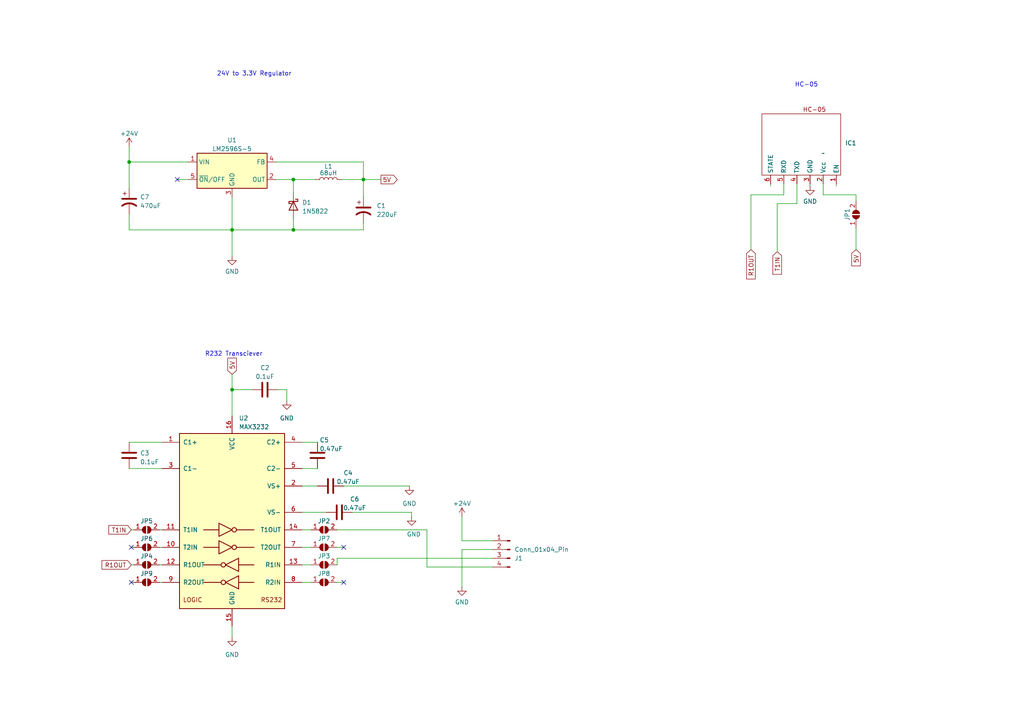
<source format=kicad_sch>
(kicad_sch (version 20230121) (generator eeschema)
  (paper "A4")
  (title_block (title "Blutooth Serial") (date "2024-02-26") (rev "Ver 1.1") (company "Secured Solutions Group"))
  (lib_symbols
    (symbol "Connector:Conn_01x04_Pin" (pin_names (offset 1.016) hide)
      (property "Reference" "J" (at 0 5.08 0))
      (property "Value" "Conn_01x04_Pin" (at 0 -7.62 0))
      (symbol "Conn_01x04_Pin_1_1"
        (polyline (pts (xy 1.27 -5.08) (xy 0.8636 -5.08)) (stroke (width 0.1524)))
        (polyline (pts (xy 1.27 -2.54) (xy 0.8636 -2.54)) (stroke (width 0.1524)))
        (polyline (pts (xy 1.27 0) (xy 0.8636 0)) (stroke (width 0.1524)))
        (polyline (pts (xy 1.27 2.54) (xy 0.8636 2.54)) (stroke (width 0.1524)))
        (rectangle (start 0.8636 -4.953) (end 0 -5.207) (stroke (width 0.1524)) (fill (type outline)))
        (rectangle (start 0.8636 -2.413) (end 0 -2.667) (stroke (width 0.1524)) (fill (type outline)))
        (rectangle (start 0.8636 0.127) (end 0 -0.127) (stroke (width 0.1524)) (fill (type outline)))
        (rectangle (start 0.8636 2.667) (end 0 2.413) (stroke (width 0.1524)) (fill (type outline)))
        (pin passive line (at 5.08 2.54 180) (length 3.81) (name "Pin_1") (number "1"))
        (pin passive line (at 5.08 0 180) (length 3.81) (name "Pin_2") (number "2"))
        (pin passive line (at 5.08 -2.54 180) (length 3.81) (name "Pin_3") (number "3"))
        (pin passive line (at 5.08 -5.08 180) (length 3.81) (name "Pin_4") (number "4"))
      )
    )
    (symbol "Device:C" (pin_numbers hide) (pin_names (offset 0.254))
      (property "Reference" "C" (at 0.635 2.54 0))
      (property "Value" "C" (at 0.635 -2.54 0))
      (symbol "C_0_1"
        (polyline (pts (xy -2.032 -0.762) (xy 2.032 -0.762)) (stroke (width 0.508)))
        (polyline (pts (xy -2.032 0.762) (xy 2.032 0.762)) (stroke (width 0.508)))
      )
      (symbol "C_1_1"
        (pin passive line (at 0 3.81 270) (length 2.794) (name "~") (number "1"))
        (pin passive line (at 0 -3.81 90) (length 2.794) (name "~") (number "2"))
      )
    )
    (symbol "Device:C_Polarized_US" (pin_numbers hide) (pin_names (offset 0.254) hide)
      (property "Reference" "C" (at 0.635 2.54 0))
      (property "Value" "C_Polarized_US" (at 0.635 -2.54 0))
      (symbol "C_Polarized_US_0_1"
        (polyline (pts (xy -2.032 0.762) (xy 2.032 0.762)) (stroke (width 0.508)))
        (polyline (pts (xy -1.778 2.286) (xy -0.762 2.286)))
        (polyline (pts (xy -1.27 1.778) (xy -1.27 2.794)))
        (arc (start 2.032 -1.27) (mid 0 -0.5572) (end -2.032 -1.27) (stroke (width 0.508)))
      )
      (symbol "C_Polarized_US_1_1"
        (pin passive line (at 0 3.81 270) (length 2.794) (name "~") (number "1"))
        (pin passive line (at 0 -3.81 90) (length 3.302) (name "~") (number "2"))
      )
    )
    (symbol "Device:L" (pin_numbers hide) (pin_names (offset 1.016) hide)
      (property "Reference" "L" (at -1.27 0 90))
      (property "Value" "L" (at 1.905 0 90))
      (symbol "L_0_1"
        (arc (start 0 -2.54) (mid 0.6323 -1.905) (end 0 -1.27))
        (arc (start 0 -1.27) (mid 0.6323 -0.635) (end 0 0))
        (arc (start 0 0) (mid 0.6323 0.635) (end 0 1.27))
        (arc (start 0 1.27) (mid 0.6323 1.905) (end 0 2.54))
      )
      (symbol "L_1_1"
        (pin passive line (at 0 3.81 270) (length 1.27) (name "1") (number "1"))
        (pin passive line (at 0 -3.81 90) (length 1.27) (name "2") (number "2"))
      )
    )
    (symbol "Diode:1N5822" (pin_numbers hide) (pin_names (offset 1.016) hide)
      (property "Reference" "D" (at 0 2.54 0))
      (property "Value" "1N5822" (at 0 -2.54 0))
      (symbol "1N5822_0_1"
        (polyline (pts (xy 1.27 0) (xy -1.27 0)))
        (polyline (pts (xy 1.27 1.27) (xy 1.27 -1.27) (xy -1.27 0) (xy 1.27 1.27)) (stroke (width 0.254)))
        (polyline (pts (xy -1.905 0.635) (xy -1.905 1.27) (xy -1.27 1.27) (xy -1.27 -1.27) (xy -0.635 -1.27) (xy -0.635 -0.635)) (stroke (width 0.254)))
      )
      (symbol "1N5822_1_1"
        (pin passive line (at -3.81 0 0) (length 2.54) (name "K") (number "1"))
        (pin passive line (at 3.81 0 180) (length 2.54) (name "A") (number "2"))
      )
    )
    (symbol "Interface_UART:MAX3232" (pin_names (offset 1.016))
      (property "Reference" "U" (at -2.54 28.575 0))
      (property "Value" "MAX3232" (at -2.54 26.67 0))
      (symbol "MAX3232_0_0"
        (text "LOGIC" (at -11.43 -22.86 0) (effects (font (size 1.27 1.27))))
        (text "RS232" (at 11.43 -22.86 0) (effects (font (size 1.27 1.27))))
      )
      (symbol "MAX3232_0_1"
        (rectangle (start -15.24 -25.4) (end 15.24 25.4) (stroke (width 0.254)) (fill (type background)))
        (circle (center -2.54 -17.78) (radius 0.635) (stroke (width 0.254)))
        (circle (center -2.54 -12.7) (radius 0.635) (stroke (width 0.254)))
        (polyline (pts (xy -3.81 -7.62) (xy -8.255 -7.62)) (stroke (width 0.254)))
        (polyline (pts (xy -3.81 -2.54) (xy -8.255 -2.54)) (stroke (width 0.254)))
        (polyline (pts (xy -3.175 -17.78) (xy -8.255 -17.78)) (stroke (width 0.254)))
        (polyline (pts (xy -3.175 -12.7) (xy -8.255 -12.7)) (stroke (width 0.254)))
        (polyline (pts (xy 1.27 -7.62) (xy 6.35 -7.62)) (stroke (width 0.254)))
        (polyline (pts (xy 1.27 -2.54) (xy 6.35 -2.54)) (stroke (width 0.254)))
        (polyline (pts (xy 1.905 -17.78) (xy 6.35 -17.78)) (stroke (width 0.254)))
        (polyline (pts (xy 1.905 -12.7) (xy 6.35 -12.7)) (stroke (width 0.254)))
        (polyline (pts (xy -3.81 -5.715) (xy -3.81 -9.525) (xy 0 -7.62) (xy -3.81 -5.715)) (stroke (width 0.254)))
        (polyline (pts (xy -3.81 -0.635) (xy -3.81 -4.445) (xy 0 -2.54) (xy -3.81 -0.635)) (stroke (width 0.254)))
        (polyline (pts (xy 1.905 -15.875) (xy 1.905 -19.685) (xy -1.905 -17.78) (xy 1.905 -15.875)) (stroke (width 0.254)))
        (polyline (pts (xy 1.905 -10.795) (xy 1.905 -14.605) (xy -1.905 -12.7) (xy 1.905 -10.795)) (stroke (width 0.254)))
        (circle (center 0.635 -7.62) (radius 0.635) (stroke (width 0.254)))
        (circle (center 0.635 -2.54) (radius 0.635) (stroke (width 0.254)))
      )
      (symbol "MAX3232_1_1"
        (pin passive line (at -20.32 22.86 0) (length 5.08) (name "C1+") (number "1"))
        (pin input line (at -20.32 -7.62 0) (length 5.08) (name "T2IN") (number "10"))
        (pin input line (at -20.32 -2.54 0) (length 5.08) (name "T1IN") (number "11"))
        (pin output line (at -20.32 -12.7 0) (length 5.08) (name "R1OUT") (number "12"))
        (pin input line (at 20.32 -12.7 180) (length 5.08) (name "R1IN") (number "13"))
        (pin output line (at 20.32 -2.54 180) (length 5.08) (name "T1OUT") (number "14"))
        (pin power_in line (at 0 -30.48 90) (length 5.08) (name "GND") (number "15"))
        (pin power_in line (at 0 30.48 270) (length 5.08) (name "VCC") (number "16"))
        (pin power_out line (at 20.32 10.16 180) (length 5.08) (name "VS+") (number "2"))
        (pin passive line (at -20.32 15.24 0) (length 5.08) (name "C1-") (number "3"))
        (pin passive line (at 20.32 22.86 180) (length 5.08) (name "C2+") (number "4"))
        (pin passive line (at 20.32 15.24 180) (length 5.08) (name "C2-") (number "5"))
        (pin power_out line (at 20.32 2.54 180) (length 5.08) (name "VS-") (number "6"))
        (pin output line (at 20.32 -7.62 180) (length 5.08) (name "T2OUT") (number "7"))
        (pin input line (at 20.32 -17.78 180) (length 5.08) (name "R2IN") (number "8"))
        (pin output line (at -20.32 -17.78 0) (length 5.08) (name "R2OUT") (number "9"))
      )
    )
    (symbol "Jumper:SolderJumper_2_Open" (pin_names (offset 0) hide)
      (property "Reference" "JP" (at 0 2.032 0))
      (property "Value" "SolderJumper_2_Open" (at 0 -2.54 0))
      (symbol "SolderJumper_2_Open_0_1"
        (arc (start -0.254 1.016) (mid -1.2656 0) (end -0.254 -1.016))
        (arc (start -0.254 1.016) (mid -1.2656 0) (end -0.254 -1.016) (fill (type outline)))
        (polyline (pts (xy -0.254 1.016) (xy -0.254 -1.016)))
        (polyline (pts (xy 0.254 1.016) (xy 0.254 -1.016)))
        (arc (start 0.254 -1.016) (mid 1.2656 0) (end 0.254 1.016))
        (arc (start 0.254 -1.016) (mid 1.2656 0) (end 0.254 1.016) (fill (type outline)))
      )
      (symbol "SolderJumper_2_Open_1_1"
        (pin passive line (at -3.81 0 0) (length 2.54) (name "A") (number "1"))
        (pin passive line (at 3.81 0 180) (length 2.54) (name "B") (number "2"))
      )
    )
    (symbol "Regulator_Switching:LM2596S-5"
      (property "Reference" "U" (at -10.16 6.35 0))
      (property "Value" "LM2596S-5" (at 0 6.35 0))
      (symbol "LM2596S-5_0_1"
        (rectangle (start -10.16 5.08) (end 10.16 -5.08) (stroke (width 0.254)) (fill (type background)))
      )
      (symbol "LM2596S-5_1_1"
        (pin power_in line (at -12.7 2.54 0) (length 2.54) (name "VIN") (number "1"))
        (pin output line (at 12.7 -2.54 180) (length 2.54) (name "OUT") (number "2"))
        (pin power_in line (at 0 -7.62 90) (length 2.54) (name "GND") (number "3"))
        (pin input line (at 12.7 2.54 180) (length 2.54) (name "FB") (number "4"))
        (pin input line (at -12.7 -2.54 0) (length 2.54) (name "~{ON}/OFF") (number "5"))
      )
    )
    (symbol "my_lib:HC_05"
      (property "Reference" "IC" (at 0 11.43 0))
      (symbol "HC_05_0_1"
        (rectangle (start -15.24 7.62) (end 7.62 -10.16))
        (text "HC-05" (at 0 8.89 0) (effects (font (size 1.27 1.27))))
      )
      (symbol "HC_05_1_1"
        (pin input line (at 6.35 -12.7 90) (length 2.54) (name "EN") (number "1"))
        (pin input line (at 2.54 -12.7 90) (length 2.54) (name "Vcc") (number "2"))
        (pin power_out line (at -1.27 -12.7 90) (length 2.54) (name "GND") (number "3"))
        (pin output line (at -5.08 -12.7 90) (length 2.54) (name "TXD") (number "4"))
        (pin input line (at -8.89 -12.7 90) (length 2.54) (name "RXD") (number "5"))
        (pin input line (at -12.7 -12.7 90) (length 2.54) (name "STATE") (number "6"))
      )
    )
    (symbol "power:+24V" (power) (pin_names (offset 0))
      (property "Value" "+24V" (at 0 3.556 0))
      (symbol "+24V_0_1"
        (polyline (pts (xy -0.762 1.27) (xy 0 2.54)))
        (polyline (pts (xy 0 0) (xy 0 2.54)))
        (polyline (pts (xy 0 2.54) (xy 0.762 1.27)))
      )
      (symbol "+24V_1_1"
        (pin power_in line (at 0 0 90) (length 0) hide (name "+24V") (number "1"))
      )
    )
    (symbol "power:GND" (power) (pin_names (offset 0))
      (property "Value" "GND" (at 0 -3.81 0))
      (symbol "GND_0_1"
        (polyline (pts (xy 0 0) (xy 0 -1.27) (xy 1.27 -1.27) (xy 0 -2.54) (xy -1.27 -1.27) (xy 0 -1.27)))
      )
      (symbol "GND_1_1"
        (pin power_in line (at 0 0 270) (length 0) hide (name "GND") (number "1"))
      )
    )
  )
  (junction (at 105.41 52.07))
  (junction (at 67.31 66.675))
  (junction (at 85.09 52.07))
  (junction (at 37.465 46.99))
  (junction (at 85.09 66.675))
  (junction (at 67.31 113.03))
  (no_connect (at 99.695 168.91))
  (no_connect (at 38.1 168.91))
  (no_connect (at 38.1 158.75))
  (no_connect (at 99.695 158.75))
  (no_connect (at 51.435 52.07))
  (wire (pts (xy 37.465 46.99) (xy 54.61 46.99)))
  (wire (pts (xy 38.1 163.83) (xy 38.735 163.83)))
  (wire (pts (xy 85.09 63.5) (xy 85.09 66.675)))
  (wire (pts (xy 67.31 66.675) (xy 67.31 57.15)))
  (wire (pts (xy 80.645 113.03) (xy 83.185 113.03)))
  (wire (pts (xy 97.79 168.91) (xy 99.695 168.91)))
  (wire (pts (xy 51.435 52.07) (xy 54.61 52.07)))
  (wire (pts (xy 133.985 159.385) (xy 142.875 159.385)))
  (wire (pts (xy 67.31 74.295) (xy 67.31 66.675)))
  (wire (pts (xy 97.79 153.67) (xy 123.825 153.67)))
  (wire (pts (xy 80.01 52.07) (xy 85.09 52.07)))
  (wire (pts (xy 99.06 52.07) (xy 105.41 52.07)))
  (wire (pts (xy 37.465 66.675) (xy 67.31 66.675)))
  (wire (pts (xy 97.79 158.75) (xy 99.695 158.75)))
  (wire (pts (xy 67.31 184.785) (xy 67.31 181.61)))
  (wire (pts (xy 46.355 163.83) (xy 46.99 163.83)))
  (wire (pts (xy 85.09 52.07) (xy 85.09 55.88)))
  (wire (pts (xy 37.465 62.23) (xy 37.465 66.675)))
  (wire (pts (xy 80.01 46.99) (xy 105.41 46.99)))
  (wire (pts (xy 105.41 52.07) (xy 110.49 52.07)))
  (wire (pts (xy 37.465 54.61) (xy 37.465 46.99)))
  (wire (pts (xy 225.425 73.025) (xy 225.425 59.055)))
  (wire (pts (xy 38.1 153.67) (xy 38.735 153.67)))
  (wire (pts (xy 87.63 135.89) (xy 92.075 135.89)))
  (wire (pts (xy 248.285 58.42) (xy 248.285 56.515)))
  (wire (pts (xy 87.63 140.97) (xy 92.075 140.97)))
  (wire (pts (xy 87.63 128.27) (xy 92.075 128.27)))
  (wire (pts (xy 46.355 153.67) (xy 46.99 153.67)))
  (wire (pts (xy 97.79 161.925) (xy 97.79 163.83)))
  (wire (pts (xy 123.825 164.465) (xy 142.875 164.465)))
  (wire (pts (xy 37.465 135.89) (xy 46.99 135.89)))
  (wire (pts (xy 67.31 66.675) (xy 85.09 66.675)))
  (wire (pts (xy 248.285 56.515) (xy 238.76 56.515)))
  (wire (pts (xy 46.355 158.75) (xy 46.99 158.75)))
  (wire (pts (xy 38.1 158.75) (xy 38.735 158.75)))
  (wire (pts (xy 67.31 108.585) (xy 67.31 113.03)))
  (wire (pts (xy 225.425 59.055) (xy 231.14 59.055)))
  (wire (pts (xy 105.41 46.99) (xy 105.41 52.07)))
  (wire (pts (xy 217.805 56.515) (xy 227.33 56.515)))
  (wire (pts (xy 217.805 56.515) (xy 217.805 72.39)))
  (wire (pts (xy 133.985 149.86) (xy 133.985 156.845)))
  (wire (pts (xy 67.31 113.03) (xy 67.31 120.65)))
  (wire (pts (xy 238.76 56.515) (xy 238.76 53.34)))
  (wire (pts (xy 248.285 66.04) (xy 248.285 72.39)))
  (wire (pts (xy 227.33 56.515) (xy 227.33 53.34)))
  (wire (pts (xy 119.38 148.59) (xy 119.38 149.86)))
  (wire (pts (xy 105.41 64.77) (xy 105.41 66.675)))
  (wire (pts (xy 87.63 148.59) (xy 94.615 148.59)))
  (wire (pts (xy 97.79 161.925) (xy 142.875 161.925)))
  (wire (pts (xy 102.235 148.59) (xy 119.38 148.59)))
  (wire (pts (xy 133.985 156.845) (xy 142.875 156.845)))
  (wire (pts (xy 234.95 53.975) (xy 234.95 53.34)))
  (wire (pts (xy 37.465 128.27) (xy 46.99 128.27)))
  (wire (pts (xy 87.63 153.67) (xy 90.17 153.67)))
  (wire (pts (xy 231.14 59.055) (xy 231.14 53.34)))
  (wire (pts (xy 87.63 158.75) (xy 90.17 158.75)))
  (wire (pts (xy 133.985 170.18) (xy 133.985 159.385)))
  (wire (pts (xy 87.63 163.83) (xy 90.17 163.83)))
  (wire (pts (xy 87.63 168.91) (xy 90.17 168.91)))
  (wire (pts (xy 46.355 168.91) (xy 46.99 168.91)))
  (wire (pts (xy 85.09 52.07) (xy 91.44 52.07)))
  (wire (pts (xy 223.52 53.975) (xy 223.52 53.34)))
  (wire (pts (xy 99.695 140.97) (xy 118.745 140.97)))
  (wire (pts (xy 105.41 57.15) (xy 105.41 52.07)))
  (wire (pts (xy 123.825 153.67) (xy 123.825 164.465)))
  (wire (pts (xy 38.1 168.91) (xy 38.735 168.91)))
  (wire (pts (xy 83.185 113.03) (xy 83.185 116.205)))
  (wire (pts (xy 85.09 66.675) (xy 105.41 66.675)))
  (wire (pts (xy 37.465 42.545) (xy 37.465 46.99)))
  (wire (pts (xy 67.31 113.03) (xy 73.025 113.03)))
  (wire (pts (xy 242.57 53.975) (xy 242.57 53.34)))
  (text "R232 Transciever" (at 76.2 103.505 0) (effects (font (size 1.27 1.27)) (justify right bottom)))
  (text "24V to 3.3V Regulator" (at 62.865 22.225 0) (effects (font (size 1.27 1.27)) (justify left bottom)))
  (text "HC-05" (at 230.505 25.4 0) (effects (font (size 1.27 1.27)) (justify left bottom)))
  (global_label "T1IN" (shape input) (at 38.1 153.67 180) (property "Intersheetrefs" "${INTERSHEET_REFS}" (effects hide)))
  (global_label "T1IN" (shape input) (at 225.425 73.025 270) (property "Intersheetrefs" "${INTERSHEET_REFS}" (effects hide)))
  (global_label "R1OUT" (shape input) (at 217.805 72.39 270) (property "Intersheetrefs" "${INTERSHEET_REFS}" (effects hide)))
  (global_label "5V" (shape output) (at 110.49 52.07 0) (property "Intersheetrefs" "${INTERSHEET_REFS}" (effects hide)))
  (global_label "R1OUT" (shape input) (at 38.1 163.83 180) (property "Intersheetrefs" "${INTERSHEET_REFS}" (effects hide)))
  (global_label "5V" (shape input) (at 248.285 72.39 270) (property "Intersheetrefs" "${INTERSHEET_REFS}" (effects hide)))
  (global_label "5V" (shape input) (at 67.31 108.585 90) (property "Intersheetrefs" "${INTERSHEET_REFS}" (effects hide)))
  (symbol (lib_id "Device:C") (at 92.075 132.08 0) (unit 1)
    (property "Reference" "C5" (at 92.71 127.635 0) (effects (justify left)))
    (property "Value" "0.47uF" (at 92.71 130.175 0) (effects (justify left)))
    (property "Footprint" "Library:C_0805_2012Metric" (effects hide))
  )
  (symbol (lib_id "Interface_UART:MAX3232") (at 67.31 151.13 0) (unit 1)
    (property "Reference" "U2" (at 69.2659 121.285 0) (effects (justify left)))
    (property "Value" "MAX3232" (at 69.2659 123.825 0) (effects (justify left)))
    (property "Footprint" "Library:MAX3232EIDR" (effects hide))
    (property "Datasheet" "https://datasheets.maximintegrated.com/en/ds/MAX3222-MAX3241.pdf" (effects hide))
  )
  (symbol (lib_id "Jumper:SolderJumper_2_Open") (at 42.545 158.75 0) (unit 1)
    (property "Reference" "JP6" (at 42.545 156.21 0))
    (property "Value" "SolderJumper_2_Open" (effects hide))
    (property "Footprint" "Library:SolderJumper-2_P1.3mm_Open_Pad1.0x1.5mm" (effects hide))
  )
  (symbol (lib_id "Device:C") (at 98.425 148.59 90) (unit 1)
    (property "Reference" "C6" (at 102.87 144.78 90))
    (property "Value" "0.47uF" (at 102.87 147.32 90))
    (property "Footprint" "Library:C_0805_2012Metric" (effects hide))
  )
  (symbol (lib_id "Regulator_Switching:LM2596S-5") (at 67.31 49.53 0) (unit 1)
    (property "Reference" "U1" (at 67.31 40.64 0))
    (property "Value" "LM2596S-5" (at 67.31 43.18 0))
    (property "Footprint" "Library:TO-263-5_TabPin3" (effects hide))
    (property "Datasheet" "http://www.ti.com/lit/ds/symlink/lm2596.pdf" (effects hide))
  )
  (symbol (lib_id "power:GND") (at 133.985 170.18 0) (unit 1)
    (property "Reference" "#PWR07" (effects hide))
    (property "Value" "GND" (at 133.985 174.625 0))
  )
  (symbol (lib_id "power:+24V") (at 37.465 42.545 0) (unit 1)
    (property "Reference" "#PWR01" (effects hide))
    (property "Value" "+24V" (at 37.465 38.735 0))
    (property "Footprint" "Connector_PinHeader_2.54mm:PinHeader_1x01_P2.54mm_Vertical" (effects hide))
  )
  (symbol (lib_id "power:GND") (at 67.31 184.785 0) (unit 1)
    (property "Reference" "#PWR05" (effects hide))
    (property "Value" "GND" (at 67.31 189.865 0))
  )
  (symbol (lib_id "Device:C_Polarized_US") (at 105.41 60.96 0) (unit 1)
    (property "Reference" "C1" (at 109.22 59.69 0) (effects (justify left)))
    (property "Value" "220uF" (at 109.22 62.23 0) (effects (justify left)))
    (property "Footprint" "Library:220uF_SMD_CAP" (effects hide))
  )
  (symbol (lib_id "Device:C") (at 95.885 140.97 90) (unit 1)
    (property "Reference" "C4" (at 100.965 137.16 90))
    (property "Value" "0.47uF" (at 100.965 139.7 90))
    (property "Footprint" "Library:C_0805_2012Metric" (effects hide))
  )
  (symbol (lib_id "Jumper:SolderJumper_2_Open") (at 93.98 168.91 0) (unit 1)
    (property "Reference" "JP8" (at 93.98 166.37 0))
    (property "Value" "SolderJumper_2_Open" (effects hide))
    (property "Footprint" "Library:SolderJumper-2_P1.3mm_Open_Pad1.0x1.5mm" (effects hide))
  )
  (symbol (lib_id "Jumper:SolderJumper_2_Open") (at 42.545 153.67 0) (unit 1)
    (property "Reference" "JP5" (at 42.545 151.13 0))
    (property "Value" "SolderJumper_2_Open" (effects hide))
    (property "Footprint" "Library:SolderJumper-2_P1.3mm_Open_Pad1.0x1.5mm" (effects hide))
  )
  (symbol (lib_id "Jumper:SolderJumper_2_Open") (at 248.285 62.23 90) (unit 1)
    (property "Reference" "JP1" (at 245.745 62.23 0))
    (property "Value" "SolderJumper_2_Open" (effects hide))
    (property "Footprint" "Library:SolderJumper-2_P1.3mm_Open_Pad1.0x1.5mm" (effects hide))
  )
  (symbol (lib_id "Device:L") (at 95.25 52.07 90) (unit 1)
    (property "Reference" "L1" (at 95.25 48.26 90))
    (property "Value" "68uH" (at 95.25 50.165 90))
    (property "Footprint" "Library:L_12x12mm_H6mm" (effects hide))
  )
  (symbol (lib_id "Jumper:SolderJumper_2_Open") (at 93.98 163.83 0) (unit 1)
    (property "Reference" "JP3" (at 93.98 161.29 0))
    (property "Value" "SolderJumper_2_Open" (effects hide))
    (property "Footprint" "Library:SolderJumper-2_P1.3mm_Open_Pad1.0x1.5mm" (effects hide))
  )
  (symbol (lib_id "Jumper:SolderJumper_2_Open") (at 93.98 158.75 0) (unit 1)
    (property "Reference" "JP7" (at 93.98 156.21 0))
    (property "Value" "SolderJumper_2_Open" (effects hide))
    (property "Footprint" "Library:SolderJumper-2_P1.3mm_Open_Pad1.0x1.5mm" (effects hide))
  )
  (symbol (lib_id "power:GND") (at 119.38 149.86 0) (unit 1)
    (property "Reference" "#PWR09" (effects hide))
    (property "Value" "GND" (at 120.015 154.94 0))
  )
  (symbol (lib_id "Diode:1N5822") (at 85.09 59.69 270) (unit 1)
    (property "Reference" "D1" (at 87.63 58.7375 90) (effects (justify left)))
    (property "Value" "1N5822" (at 87.63 61.2775 90) (effects (justify left)))
    (property "Footprint" "Library:D_0805_2012Metric" (effects hide))
    (property "Datasheet" "http://www.vishay.com/docs/88526/1n5820.pdf" (effects hide))
  )
  (symbol (lib_id "Jumper:SolderJumper_2_Open") (at 42.545 163.83 0) (unit 1)
    (property "Reference" "JP4" (at 42.545 161.29 0))
    (property "Value" "SolderJumper_2_Open" (effects hide))
    (property "Footprint" "Library:SolderJumper-2_P1.3mm_Open_Pad1.0x1.5mm" (effects hide))
  )
  (symbol (lib_id "Device:C") (at 76.835 113.03 90) (unit 1)
    (property "Reference" "C2" (at 76.835 106.68 90))
    (property "Value" "0.1uF" (at 76.835 109.22 90))
    (property "Footprint" "Library:C_0805_2012Metric" (effects hide))
  )
  (symbol (lib_id "Device:C_Polarized_US") (at 37.465 58.42 0) (unit 1)
    (property "Reference" "C7" (at 40.64 57.15 0) (effects (justify left)))
    (property "Value" "470uF" (at 40.64 59.69 0) (effects (justify left)))
    (property "Footprint" "Library:470uF_SMD_CAP" (effects hide))
  )
  (symbol (lib_id "Connector:Conn_01x04_Pin") (at 147.955 159.385 0) (mirror y) (unit 1)
    (property "Reference" "J1" (at 149.225 161.925 0) (effects (justify right)))
    (property "Value" "Conn_01x04_Pin" (at 149.225 159.385 0) (effects (justify right)))
    (property "Footprint" "Library:male_pin_4" (effects hide))
  )
  (symbol (lib_id "my_lib:HC_05") (at 236.22 40.64 0) (unit 1)
    (property "Reference" "IC1" (at 245.11 41.4932 0) (effects (justify left)))
    (property "Value" "~" (at 238.76 44.45 0))
    (property "Footprint" "Library:HC-05" (effects hide))
  )
  (symbol (lib_id "Jumper:SolderJumper_2_Open") (at 42.545 168.91 0) (unit 1)
    (property "Reference" "JP9" (at 42.545 166.37 0))
    (property "Value" "SolderJumper_2_Open" (effects hide))
    (property "Footprint" "Library:SolderJumper-2_P1.3mm_Open_Pad1.0x1.5mm" (effects hide))
  )
  (symbol (lib_id "power:+24V") (at 133.985 149.86 0) (unit 1)
    (property "Reference" "#PWR08" (effects hide))
    (property "Value" "+24V" (at 133.985 146.05 0))
    (property "Footprint" "Connector_PinHeader_2.54mm:PinHeader_1x01_P2.54mm_Vertical" (effects hide))
  )
  (symbol (lib_id "power:GND") (at 118.745 140.97 0) (unit 1)
    (property "Reference" "#PWR04" (effects hide))
    (property "Value" "GND" (at 118.745 146.05 0))
  )
  (symbol (lib_id "power:GND") (at 234.95 53.975 0) (unit 1)
    (property "Reference" "#PWR03" (effects hide))
    (property "Value" "GND" (at 234.95 58.42 0))
  )
  (symbol (lib_id "Device:C") (at 37.465 132.08 0) (unit 1)
    (property "Reference" "C3" (at 40.64 131.445 0) (effects (justify left)))
    (property "Value" "0.1uF" (at 40.64 133.985 0) (effects (justify left)))
    (property "Footprint" "Library:C_0805_2012Metric" (effects hide))
  )
  (symbol (lib_id "power:GND") (at 67.31 74.295 0) (unit 1)
    (property "Reference" "#PWR02" (effects hide))
    (property "Value" "GND" (at 67.31 78.74 0))
  )
  (symbol (lib_id "power:GND") (at 83.185 116.205 0) (unit 1)
    (property "Reference" "#PWR06" (effects hide))
    (property "Value" "GND" (at 83.185 121.285 0))
  )
  (symbol (lib_id "Jumper:SolderJumper_2_Open") (at 93.98 153.67 0) (unit 1)
    (property "Reference" "JP2" (at 93.98 151.13 0))
    (property "Value" "SolderJumper_2_Open" (effects hide))
    (property "Footprint" "Library:SolderJumper-2_P1.3mm_Open_Pad1.0x1.5mm" (effects hide))
  )
)
</source>
